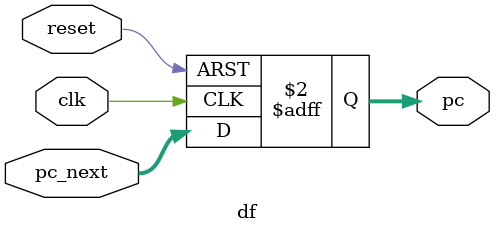
<source format=sv>
module df # (parameter N = 32) 
(
    input clk,
    input logic [N-1:0] pc_next,
    input logic reset,
    output logic [N-1:0] pc
);
    always @(posedge clk or posedge reset)
    begin 
        if (reset)
            pc <= 0;  // On reset, set q to 0
        else 
            pc <= pc_next;  // On clock, set q to d
    end
endmodule
 
</source>
